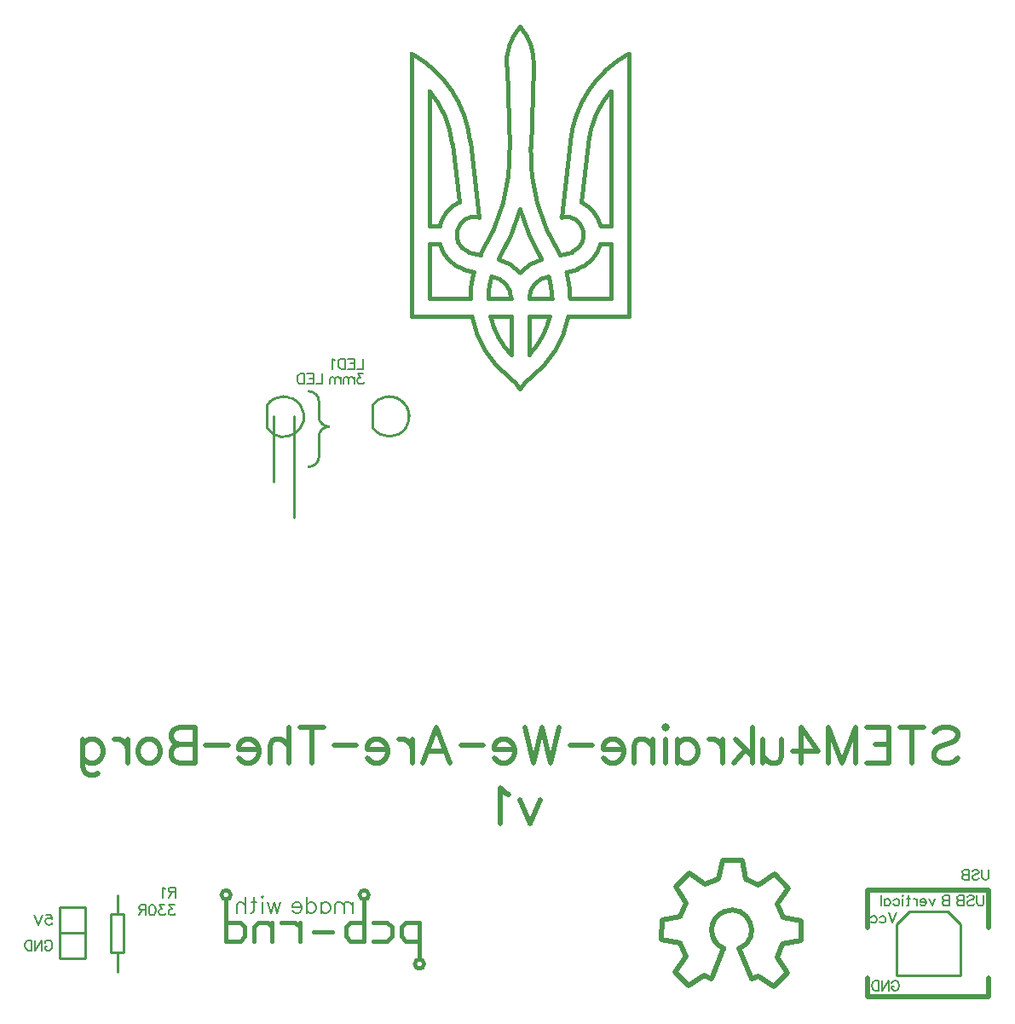
<source format=gbo>
G04 start of page 2 for group 10 layer_idx 5 *
G04 Title: (unknown), bottom_silk *
G04 Creator: pcb-rnd 3.1.5-dev *
G04 CreationDate: 2024-03-24 09:53:49 UTC *
G04 For: STEM4ukraine *
G04 Format: Gerber/RS-274X *
G04 PCB-Dimensions: 393701 393701 *
G04 PCB-Coordinate-Origin: lower left *
%MOIN*%
%FSLAX25Y25*%
%LNBOTTOM_SILK_NONE_10*%
%ADD33C,0.0070*%
%ADD32C,0.0200*%
%ADD31C,0.0180*%
%ADD30C,0.0100*%
G54D30*X97819Y232688D02*Y224005D01*
X100394Y228346D02*Y202756D01*
X118110Y234252D02*Y228346D01*
G54D31*X232296Y274538D02*Y295798D01*
Y302884D02*Y355467D01*
Y302884D02*X228327D01*
X232296Y295798D02*X228327D01*
X220797Y312086D02*X223508Y334987D01*
X212995Y306272D02*X216480Y335797D01*
X154343Y370207D02*Y267451D01*
X161430Y295798D02*Y274538D01*
Y355467D02*Y302884D01*
X165398D02*X161430D01*
X165398Y295798D02*X161430D01*
G54D30*X139157Y232688D02*Y224005D01*
G54D31*X193320Y267451D02*X185241D01*
X177375Y274538D02*X161430D01*
X193320D02*X184461D01*
X193320Y267451D02*Y252498D01*
X216351Y274538D02*X232296D01*
X209264D02*X200406D01*
X214974Y284805D02*X218894Y285840D01*
X212453Y291546D02*X216967Y292669D01*
X208485Y267451D02*X200406D01*
Y252498D01*
X172929Y312086D02*X170217Y334987D01*
X180731Y306272D02*X177245Y335797D01*
X178751Y284805D02*X174832Y285840D01*
X181272Y291546D02*X176758Y292669D01*
X191618Y364938D02*X192753Y333498D01*
X202108Y364938D02*X200973Y333498D01*
G54D30*X139157Y232688D02*Y224005D01*
G54D31*X239382Y370207D02*Y267451D01*
X215702Y267453D01*
X177375Y267451D02*X154343D01*
G54D30*X108268Y228346D02*Y188976D01*
X118110Y220472D02*Y212598D01*
X26654Y36496D02*Y16496D01*
Y36496D02*X16654D01*
X26654Y26496D02*X16654D01*
Y36496D02*Y26496D01*
Y16496D02*X26654D01*
X39370Y33839D02*Y41339D01*
X41870Y18839D02*X36870D01*
Y33839D02*Y18839D01*
Y33839D02*X41870D01*
X39370Y11339D02*Y18839D01*
X41870D02*Y33839D01*
G54D31*X89027Y28712D02*X87227Y30512D01*
X81827D02*X87227D01*
Y23312D02*X81827D01*
X89027Y28712D02*Y25112D01*
X87227Y23312D01*
X92627Y28712D02*X94427Y30512D01*
X92627Y28712D02*Y23312D01*
X98027Y30512D02*X94427D01*
X99827Y28712D02*X98027Y30512D01*
X99827D02*Y23312D01*
X108827Y30512D02*X103427D01*
X110627Y28712D02*X108827Y30512D01*
X110627D02*Y23312D01*
X152027D02*X150227Y25112D01*
X152027Y30512D02*X150227Y28712D01*
Y25112D01*
X152027Y23312D02*X157427D01*
Y30512D02*X152027D01*
X157427D02*Y16112D01*
G54D32*X276540Y20346D02*X271670Y8589D01*
X268859Y9804D01*
X257361Y11157D02*X261589Y17202D01*
X259429Y22548D01*
X252188Y23960D01*
X282515Y20346D02*X287385Y8589D01*
X306800Y23483D02*X299535Y22198D01*
X297283Y16891D01*
X289884Y9620D02*X287385Y8589D01*
X299626Y32570D02*X306867Y31158D01*
X306800Y23483D01*
X297283Y16891D02*X301405Y10772D01*
G54D30*X348957Y34685D02*X343957Y29685D01*
Y9685D01*
G54D32*X252188Y23960D02*X252255Y31635D01*
X259520Y32920D01*
G54D31*X128627Y25112D02*X130427Y23312D01*
X128627Y25112D02*Y28712D01*
X135827Y23312D02*X130427D01*
Y30512D02*X128627Y28712D01*
X130427Y30512D02*X135827D01*
X123227Y26912D02*X116027D01*
X146627Y25112D02*X144827Y23312D01*
X139427D01*
X146627Y28712D02*X144827Y30512D01*
X146627Y28712D02*Y25112D01*
X144827Y30512D02*X139427D01*
G54D32*X297466Y37916D02*X299626Y32570D01*
G54D31*X81827Y23312D02*Y39512D01*
X135827D02*Y23312D01*
G54D32*X268859Y9804D02*X262741Y5682D01*
X301405Y10772D02*X295930Y5392D01*
X289884Y9620D01*
X262741Y5682D02*X257361Y11157D01*
X259520Y32920D02*X261772Y38227D01*
G54D30*X368957Y9685D02*Y29685D01*
X363957Y34685D01*
X348957D01*
X343957Y9685D02*X368957D01*
G54D32*X332677Y43110D02*Y28622D01*
Y8858D02*Y1378D01*
X380079Y43110D02*Y28622D01*
Y1378D02*X332677D01*
X261772Y38227D02*X257651Y44346D01*
X263125Y49726D01*
X269171Y45498D01*
X274516Y47657D01*
X275928Y54898D01*
X283603Y54831D01*
X332677Y43110D02*X380079D01*
X283603Y54831D02*X284889Y47567D01*
X290196Y45314D01*
X296314Y49436D01*
X301694Y43961D01*
X297466Y37916D01*
X380079Y8858D02*Y1378D01*
G54D30*X16654Y16496D02*Y36496D01*
X97779Y223979D02*G75*G03X110882Y232714I6552J4368D01*G01*
X110882Y232714D02*G75*G03X97779Y232714I-6552J-4368D01*G01*
X114173Y238189D02*G75*G02X118110Y234252I0J-3937D01*G01*
Y228346D02*G75*G03X122047Y224409I3937J0D01*G01*
X114173Y208661D02*G75*G03X118110Y212598I0J3937D01*G01*
X153543Y228346D02*G75*G03X145669Y236220I-7874J0D01*G01*
X122047Y224409D02*G75*G03X118110Y220472I0J-3937D01*G01*
X139157Y232688D02*G75*G02X152181Y224005I6512J-4341D01*G01*
X152181Y224005D02*G75*G02X139157Y224005I-6512J4341D01*G01*
G54D31*X196858Y238889D02*G75*G03X192818Y243465I-12396J-6871D01*G01*
X196868Y238889D02*G75*G02X200907Y243465I12396J-6871D01*G01*
X83627Y41312D02*G75*G02X80027Y41312I-1800J0D01*G01*
G75*G02X83627Y41312I1800J0D01*G01*
X137627D02*G75*G02X134027Y41312I-1800J0D01*G01*
G75*G02X137627Y41312I1800J0D01*G01*
X159227Y14312D02*G75*G02X155627Y14312I-1800J0D01*G01*
G75*G02X159227Y14312I1800J0D01*G01*
G54D32*X282515Y20346D02*G75*G03X276540Y34772I-2988J7213D01*G01*
X276540Y34772D02*G75*G03X276540Y20346I2988J-7213D01*G01*
G54D31*X154343Y370207D02*G75*G02X177245Y335797I-21260J-38976D01*G01*
X176758Y292669D02*G75*G02X180733Y306248I2388J6672D01*G01*
X165422Y302878D02*G75*G02X172931Y312079I13725J-3537D01*G01*
X174832Y285840D02*G75*G02X165422Y295804I4315J13501D01*G01*
X161437Y355483D02*G75*G02X170205Y334985I-28353J-24252D01*G01*
X239382Y370207D02*G75*G03X216480Y335797I21260J-38976D01*G01*
X228304Y302878D02*G75*G03X220795Y312079I-13725J-3537D01*G01*
X232289Y355483D02*G75*G03X223521Y334985I28353J-24252D01*G01*
X191618Y364938D02*G75*G02X196870Y380733I21190J1726D01*G01*
X181245Y291563D02*G75*G03X192761Y333499I-62335J39667D01*G01*
X193320Y274538D02*G75*G03X185592Y283006I-8504J0D01*G01*
X184461Y274538D02*G75*G02X185605Y283003I31890J0D01*G01*
X177375Y274538D02*G75*G02X178751Y284805I38976J0D01*G01*
X192819Y243467D02*G75*G02X178024Y267453I23532J31071D01*G01*
X202108Y364938D02*G75*G03X196856Y380733I-21190J1726D01*G01*
X188424Y289706D02*G75*G03X196870Y309351I-69514J41525D01*G01*
X196850Y284449D02*G75*G03X188430Y289704I-12035J-9911D01*G01*
X205302Y289706D02*G75*G02X196855Y309351I69514J41525D01*G01*
X216967Y292669D02*G75*G03X212992Y306248I-2388J6672D01*G01*
X200406Y274538D02*G75*G02X208134Y283006I8504J0D01*G01*
X196875Y284449D02*G75*G02X205296Y289704I12035J-9911D01*G01*
X209264Y274538D02*G75*G03X208120Y283003I-31890J0D01*G01*
X218894Y285840D02*G75*G03X228304Y295804I-4315J13501D01*G01*
X216351Y274538D02*G75*G03X214974Y284805I-38976J0D01*G01*
X212481Y291563D02*G75*G02X200965Y333499I62335J39667D01*G01*
X200415Y252490D02*G75*G03X208468Y267455I-23040J22048D01*G01*
X193311Y252490D02*G75*G02X185258Y267455I23040J22048D01*G01*
X200906Y243467D02*G75*G03X215702Y267453I-23532J31071D01*G01*
G54D33*X135447Y245063D02*X133352D01*
X134495Y243539D01*
X133923D01*
X133543Y243350D01*
X133352Y243159D01*
X133161Y242587D01*
Y242207D01*
X133352Y241635D01*
X133732Y241254D01*
X134304Y241063D01*
X134875D01*
X135447Y241254D01*
X135637Y241445D01*
X135827Y241825D01*
X131961Y243730D02*Y241064D01*
Y242969D02*X131391Y243541D01*
X131009Y243730D01*
X130438D01*
X130057Y243541D01*
X129867Y242969D01*
Y241064D01*
Y242969D02*X129295Y243541D01*
X128915Y243730D01*
X128343D01*
X127963Y243541D01*
X127772Y242969D01*
Y241064D01*
X126572Y243730D02*Y241064D01*
Y242969D02*X126002Y243541D01*
X125620Y243730D01*
X125049D01*
X124668Y243541D01*
X124478Y242969D01*
Y241064D01*
Y242969D02*X123906Y243541D01*
X123526Y243730D01*
X122954D01*
X122574Y243541D01*
X122383Y242969D01*
Y241064D01*
X119383Y245063D02*Y241063D01*
X117098D01*
X115898Y245063D02*Y241063D01*
Y245063D02*X113422D01*
X115898Y243158D02*X114375D01*
X115898Y241063D02*X113422D01*
X112222Y245063D02*Y241063D01*
Y245063D02*X110888D01*
X110317Y244872D01*
X109936Y244491D01*
X109746Y244111D01*
X109556Y243539D01*
Y242586D01*
X109746Y242015D01*
X109936Y241634D01*
X110317Y241254D01*
X110888Y241063D01*
X112222D01*
X135394Y250969D02*Y246969D01*
X133109D01*
X131909Y250969D02*Y246969D01*
Y250969D02*X129433D01*
X131909Y249064D02*X130386D01*
X131909Y246969D02*X129433D01*
X128233Y250969D02*Y246969D01*
Y250969D02*X126899D01*
X126328Y250778D01*
X125947Y250397D01*
X125757Y250017D01*
X125567Y249445D01*
Y248492D01*
X125757Y247921D01*
X125947Y247540D01*
X126328Y247160D01*
X126899Y246969D01*
X128233D01*
X124367Y250208D02*X123987Y250398D01*
X123415Y250969D01*
Y246969D01*
X11494Y33606D02*X13399D01*
X13590Y31893D01*
X13399Y32082D01*
X12828Y32273D01*
X12256D01*
X11685Y32082D01*
X11304Y31702D01*
X11113Y31130D01*
Y30750D01*
X11304Y30178D01*
X11685Y29797D01*
X12256Y29606D01*
X12828D01*
X13399Y29797D01*
X13590Y29988D01*
X13780Y30368D01*
X9913Y33606D02*X8390Y29606D01*
X6865Y33606D02*X8390Y29606D01*
X131243Y38395D02*Y34129D01*
Y37177D02*X130331Y38092D01*
X129719Y38395D01*
X128806D01*
X128196Y38092D01*
X127892Y37177D01*
Y34129D01*
Y37177D02*X126977Y38092D01*
X126369Y38395D01*
X125454D01*
X124846Y38092D01*
X124540Y37177D01*
Y34129D01*
X118963Y38395D02*Y34129D01*
Y37483D02*X119574Y38092D01*
X120182Y38395D01*
X121097D01*
X121705Y38092D01*
X122316Y37483D01*
X122620Y36569D01*
Y35958D01*
X122316Y35044D01*
X121705Y34435D01*
X121097Y34129D01*
X120182D01*
X119574Y34435D01*
X118963Y35044D01*
X113388Y40528D02*Y34128D01*
Y37481D02*X113996Y38091D01*
X114606Y38395D01*
X115519D01*
X116131Y38091D01*
X116740Y37481D01*
X117043Y36568D01*
Y35958D01*
X116740Y35044D01*
X116131Y34433D01*
X115519Y34128D01*
X114606D01*
X113996Y34433D01*
X113388Y35044D01*
X111468Y36569D02*X107814D01*
Y37177D01*
X108118Y37787D01*
X108422Y38092D01*
X109031Y38395D01*
X109945D01*
X110556Y38092D01*
X111166Y37483D01*
X111468Y36569D01*
Y35958D01*
X111166Y35044D01*
X110556Y34435D01*
X109945Y34129D01*
X109031D01*
X108422Y34435D01*
X107814Y35044D01*
X103014Y38395D02*X101796Y34129D01*
X100577Y38395D02*X101796Y34129D01*
X100577Y38395D02*X99356Y34129D01*
X98138Y38395D02*X99356Y34129D01*
X95914Y38409D02*Y34144D01*
X96218Y40544D02*X95914Y40238D01*
X95609Y40544D01*
X95914Y40848D01*
X96218Y40544D01*
X92774Y40528D02*Y35347D01*
X92471Y34433D01*
X91860Y34128D01*
X91250D01*
X93689Y38395D02*X91556D01*
X89330Y40528D02*Y34128D01*
Y37176D02*X88418Y38091D01*
X87807Y38395D01*
X86894D01*
X86284Y38091D01*
X85978Y37176D01*
Y34128D01*
X61628Y37386D02*X59533D01*
X60676Y35862D01*
X60104D01*
X59724Y35673D01*
X59533Y35482D01*
X59342Y34910D01*
Y34530D01*
X59533Y33958D01*
X59913Y33577D01*
X60485Y33386D01*
X61056D01*
X61628Y33577D01*
X61818Y33768D01*
X62008Y34148D01*
X57762Y37386D02*X55667D01*
X56810Y35862D01*
X56238D01*
X55858Y35673D01*
X55667Y35482D01*
X55476Y34910D01*
Y34530D01*
X55667Y33958D01*
X56047Y33577D01*
X56619Y33386D01*
X57190D01*
X57762Y33577D01*
X57952Y33768D01*
X58142Y34148D01*
X53133Y37386D02*X53704Y37196D01*
X54086Y36625D01*
X54276Y35673D01*
Y35101D01*
X54086Y34148D01*
X53704Y33577D01*
X53133Y33386D01*
X52752D01*
X52181Y33577D01*
X51800Y34148D01*
X51609Y35101D01*
Y35673D01*
X51800Y36625D01*
X52181Y37196D01*
X52752Y37386D01*
X53133D01*
X50409D02*Y33386D01*
Y37386D02*X48695D01*
X48124Y37195D01*
X47933Y37005D01*
X47743Y36624D01*
Y36243D01*
X47933Y35862D01*
X48124Y35672D01*
X48695Y35481D01*
X50409D01*
X49076D02*X47743Y33386D01*
X10923Y22654D02*X11114Y23034D01*
X11494Y23415D01*
X11875Y23606D01*
X12637D01*
X13018Y23415D01*
X13399Y23034D01*
X13589Y22654D01*
X13780Y22082D01*
Y21129D01*
X13589Y20558D01*
X13399Y20177D01*
X13018Y19797D01*
X12637Y19606D01*
X11875D01*
X11494Y19797D01*
X11114Y20177D01*
X10923Y20558D01*
Y21129D01*
X11875D02*X10923D01*
X9723Y23606D02*Y19606D01*
Y23606D02*X7057Y19606D01*
Y23606D02*Y19606D01*
X5857Y23606D02*Y19606D01*
Y23606D02*X4523D01*
X3952Y23415D01*
X3571Y23034D01*
X3381Y22654D01*
X3191Y22082D01*
Y21129D01*
X3381Y20558D01*
X3571Y20177D01*
X3952Y19797D01*
X4523Y19606D01*
X5857D01*
X61945Y44307D02*Y40307D01*
Y44307D02*X60231D01*
X59660Y44116D01*
X59469Y43926D01*
X59279Y43545D01*
Y43164D01*
X59469Y42783D01*
X59660Y42593D01*
X60231Y42402D01*
X61945D01*
X60612D02*X59279Y40307D01*
X58079Y43546D02*X57699Y43736D01*
X57127Y44307D01*
Y40307D01*
G54D32*X358779Y104734D02*X360113Y106068D01*
X362111Y106736D01*
X364778D01*
X366780Y106068D01*
X368110Y104734D01*
Y103404D01*
X367449Y102067D01*
X366780Y101402D01*
X365443Y100737D01*
X361443Y99404D01*
X360113Y98735D01*
X359448Y98070D01*
X358779Y96737D01*
Y94735D01*
X360113Y93405D01*
X362111Y92736D01*
X364778D01*
X366780Y93405D01*
X368110Y94735D01*
X349914Y106736D02*Y92736D01*
X354579Y106736D02*X345248D01*
X341048D02*Y92736D01*
Y106736D02*X332382D01*
X341048Y100069D02*X335718D01*
X341048Y92736D02*X332382D01*
X328182Y106736D02*Y92736D01*
Y106736D02*X322852Y92736D01*
X317514Y106736D02*X322852Y92736D01*
X317514Y106736D02*Y92736D01*
X306650Y106736D02*X313314Y97405D01*
X303318D01*
X306650Y106736D02*Y92736D01*
X299118Y102071D02*Y95407D01*
X298453Y93408D01*
X297116Y92740D01*
X295118D01*
X293784Y93408D01*
X291786Y95407D01*
Y102071D02*Y92740D01*
X287586Y106736D02*Y92736D01*
X280922Y102071D02*X287586Y95403D01*
X284922Y98074D02*X280253Y92736D01*
X276053Y102071D02*Y92740D01*
Y98070D02*X275388Y100076D01*
X274051Y101406D01*
X272721Y102071D01*
X270719D01*
X258518D02*Y92740D01*
Y100076D02*X259855Y101409D01*
X261185Y102071D01*
X263187D01*
X264517Y101409D01*
X265854Y100076D01*
X266519Y98077D01*
Y96740D01*
X265854Y94742D01*
X264517Y93408D01*
X263187Y92740D01*
X261185D01*
X259855Y93408D01*
X258518Y94742D01*
X253653Y102102D02*Y92771D01*
X254318Y106771D02*X253653Y106103D01*
X252985Y106771D01*
X253653Y107436D01*
X254318Y106771D01*
X248785Y102071D02*Y92740D01*
Y99407D02*X246783Y101409D01*
X245453Y102071D01*
X243451D01*
X242121Y101409D01*
X241452Y99407D01*
Y92740D01*
X237252Y98077D02*X229258D01*
Y99407D01*
X229923Y100741D01*
X230588Y101409D01*
X231922Y102071D01*
X233920D01*
X235257Y101409D01*
X236591Y100076D01*
X237252Y98077D01*
Y96740D01*
X236591Y94742D01*
X235257Y93408D01*
X233920Y92740D01*
X231922D01*
X230588Y93408D01*
X229258Y94742D01*
X225058Y99736D02*X216308D01*
X212108Y106736D02*X208776Y92736D01*
X205441Y106736D02*X208776Y92736D01*
X205441Y106736D02*X202109Y92736D01*
X198777Y106736D02*X202109Y92736D01*
X194577Y98077D02*X186583D01*
Y99407D01*
X187248Y100741D01*
X187913Y101409D01*
X189246Y102071D01*
X191245D01*
X192582Y101409D01*
X193915Y100076D01*
X194577Y98077D01*
Y96740D01*
X193915Y94742D01*
X192582Y93408D01*
X191245Y92740D01*
X189246D01*
X187913Y93408D01*
X186583Y94742D01*
X182383Y99736D02*X173633D01*
X164099Y106736D02*X169433Y92736D01*
X164099Y106736D02*X158765Y92736D01*
X167431Y97402D02*X160763D01*
X154565Y102071D02*Y92740D01*
Y98070D02*X153900Y100076D01*
X152563Y101406D01*
X151233Y102071D01*
X149231D01*
X145030Y98077D02*X137036D01*
Y99407D01*
X137701Y100741D01*
X138366Y101409D01*
X139700Y102071D01*
X141698D01*
X143035Y101409D01*
X144369Y100076D01*
X145030Y98077D01*
Y96740D01*
X144369Y94742D01*
X143035Y93408D01*
X141698Y92740D01*
X139700D01*
X138366Y93408D01*
X137036Y94742D01*
X132836Y99736D02*X124086D01*
X115221Y106736D02*Y92736D01*
X119886Y106736D02*X110555D01*
X106355D02*Y92736D01*
Y99404D02*X104360Y101406D01*
X103023Y102071D01*
X101025D01*
X99691Y101406D01*
X99023Y99404D01*
Y92736D01*
X94823Y98077D02*X86829D01*
Y99407D01*
X87494Y100741D01*
X88159Y101409D01*
X89492Y102071D01*
X91491D01*
X92828Y101409D01*
X94161Y100076D01*
X94823Y98077D01*
Y96740D01*
X94161Y94742D01*
X92828Y93408D01*
X91491Y92740D01*
X89492D01*
X88159Y93408D01*
X86829Y94742D01*
X82629Y99736D02*X73879D01*
X69679Y106736D02*Y92736D01*
Y106736D02*X63680D01*
X61681Y106068D01*
X61013Y105403D01*
X60348Y104066D01*
Y102736D01*
X61013Y101402D01*
X61681Y100734D01*
X63680Y100069D01*
X69679D02*X63680D01*
X61681Y99404D01*
X61013Y98735D01*
X60348Y97402D01*
Y95403D01*
X61013Y94066D01*
X61681Y93405D01*
X63680Y92736D01*
X69679D01*
X52816Y102071D02*X54153Y101409D01*
X55486Y100076D01*
X56148Y98077D01*
Y96740D01*
X55486Y94742D01*
X54153Y93408D01*
X52816Y92740D01*
X50817D01*
X49484Y93408D01*
X48154Y94742D01*
X47485Y96740D01*
Y98077D01*
X48154Y100076D01*
X49484Y101409D01*
X50817Y102071D01*
X52816D01*
X43285D02*Y92740D01*
Y98070D02*X42620Y100076D01*
X41283Y101406D01*
X39953Y102071D01*
X37951D01*
X25750D02*Y91410D01*
X26419Y89408D01*
X27087Y88739D01*
X28417Y88078D01*
X30419D01*
X31749Y88739D01*
X25750Y100076D02*X27087Y101409D01*
X28417Y102071D01*
X30419D01*
X31749Y101409D01*
X33086Y100076D01*
X33751Y98077D01*
Y96740D01*
X33086Y94742D01*
X31749Y93408D01*
X30419Y92740D01*
X28417D01*
X27087Y93408D01*
X25750Y94742D01*
X204724Y78449D02*X200727Y69118D01*
X196730Y78449D02*X200727Y69118D01*
X192530Y80451D02*X191200Y81116D01*
X189198Y83114D01*
Y69114D01*
G54D33*X378189Y41126D02*Y38269D01*
X377998Y37697D01*
X377618Y37317D01*
X377046Y37126D01*
X376666D01*
X376094Y37317D01*
X375713Y37697D01*
X375523Y38269D01*
Y41126D01*
X371657Y40554D02*X372038Y40935D01*
X372609Y41126D01*
X373371D01*
X373943Y40935D01*
X374323Y40554D01*
Y40174D01*
X374134Y39792D01*
X373943Y39602D01*
X373561Y39412D01*
X372418Y39031D01*
X372038Y38840D01*
X371848Y38650D01*
X371657Y38269D01*
Y37697D01*
X372038Y37317D01*
X372609Y37126D01*
X373371D01*
X373943Y37317D01*
X374323Y37697D01*
X370457Y41126D02*Y37126D01*
Y41126D02*X368743D01*
X368172Y40935D01*
X367981Y40745D01*
X367791Y40363D01*
Y39983D01*
X367981Y39602D01*
X368172Y39411D01*
X368743Y39221D01*
X370457D02*X368743D01*
X368172Y39031D01*
X367981Y38840D01*
X367791Y38459D01*
Y37888D01*
X367981Y37506D01*
X368172Y37317D01*
X368743Y37126D01*
X370457D01*
X364791Y41126D02*Y37126D01*
Y41126D02*X363077D01*
X362506Y40935D01*
X362315Y40745D01*
X362125Y40363D01*
Y39983D01*
X362315Y39602D01*
X362506Y39411D01*
X363077Y39221D01*
X364791D02*X363077D01*
X362506Y39031D01*
X362315Y38840D01*
X362125Y38459D01*
Y37888D01*
X362315Y37506D01*
X362506Y37317D01*
X363077Y37126D01*
X364791D01*
X359125Y39793D02*X357983Y37127D01*
X356841Y39793D02*X357983Y37127D01*
X355641Y38652D02*X353357D01*
Y39032D01*
X353547Y39413D01*
X353737Y39604D01*
X354118Y39793D01*
X354689D01*
X355071Y39604D01*
X355452Y39223D01*
X355641Y38652D01*
Y38270D01*
X355452Y37699D01*
X355071Y37318D01*
X354689Y37127D01*
X354118D01*
X353737Y37318D01*
X353357Y37699D01*
X352157Y39793D02*Y37127D01*
Y38650D02*X351967Y39223D01*
X351585Y39603D01*
X351205Y39793D01*
X350633D01*
X348861Y41126D02*Y37888D01*
X348672Y37317D01*
X348290Y37126D01*
X347909D01*
X349433Y39793D02*X348100D01*
X346519Y39802D02*Y37136D01*
X346709Y41136D02*X346519Y40945D01*
X346328Y41136D01*
X346519Y41326D01*
X346709Y41136D01*
X342842Y39223D02*X343224Y39604D01*
X343604Y39793D01*
X344176D01*
X344556Y39604D01*
X344938Y39223D01*
X345128Y38652D01*
Y38270D01*
X344938Y37699D01*
X344556Y37318D01*
X344176Y37127D01*
X343604D01*
X343224Y37318D01*
X342842Y37699D01*
X339356Y39793D02*Y37127D01*
Y39223D02*X339738Y39604D01*
X340118Y39793D01*
X340690D01*
X341070Y39604D01*
X341452Y39223D01*
X341642Y38652D01*
Y38270D01*
X341452Y37699D01*
X341070Y37318D01*
X340690Y37127D01*
X340118D01*
X339738Y37318D01*
X339356Y37699D01*
X338156Y41126D02*Y37126D01*
X344035Y34433D02*X342512Y30433D01*
X340987Y34433D02*X342512Y30433D01*
X337501Y32530D02*X337883Y32911D01*
X338263Y33100D01*
X338835D01*
X339215Y32911D01*
X339597Y32530D01*
X339787Y31959D01*
Y31577D01*
X339597Y31006D01*
X339215Y30625D01*
X338835Y30434D01*
X338263D01*
X337883Y30625D01*
X337501Y31006D01*
X334015Y32530D02*X334397Y32911D01*
X334777Y33100D01*
X335349D01*
X335729Y32911D01*
X336111Y32530D01*
X336301Y31959D01*
Y31577D01*
X336111Y31006D01*
X335729Y30625D01*
X335349Y30434D01*
X334777D01*
X334397Y30625D01*
X334015Y31006D01*
X342163Y6906D02*X342354Y7286D01*
X342734Y7667D01*
X343115Y7858D01*
X343877D01*
X344258Y7667D01*
X344639Y7286D01*
X344829Y6906D01*
X345020Y6334D01*
Y5381D01*
X344829Y4810D01*
X344639Y4429D01*
X344258Y4049D01*
X343877Y3858D01*
X343115D01*
X342734Y4049D01*
X342354Y4429D01*
X342163Y4810D01*
Y5381D01*
X343115D02*X342163D01*
X340963Y7858D02*Y3858D01*
Y7858D02*X338297Y3858D01*
Y7858D02*Y3858D01*
X337097Y7858D02*Y3858D01*
Y7858D02*X335763D01*
X335192Y7667D01*
X334811Y7286D01*
X334621Y6906D01*
X334431Y6334D01*
Y5381D01*
X334621Y4810D01*
X334811Y4429D01*
X335192Y4049D01*
X335763Y3858D01*
X337097D01*
X380098Y51185D02*Y48328D01*
X379907Y47756D01*
X379527Y47376D01*
X378955Y47185D01*
X378575D01*
X378003Y47376D01*
X377622Y47756D01*
X377432Y48328D01*
Y51185D01*
X373566Y50613D02*X373947Y50994D01*
X374518Y51185D01*
X375280D01*
X375852Y50994D01*
X376232Y50613D01*
Y50233D01*
X376043Y49851D01*
X375852Y49661D01*
X375470Y49471D01*
X374327Y49090D01*
X373947Y48899D01*
X373757Y48709D01*
X373566Y48328D01*
Y47756D01*
X373947Y47376D01*
X374518Y47185D01*
X375280D01*
X375852Y47376D01*
X376232Y47756D01*
X372366Y51185D02*Y47185D01*
Y51185D02*X370652D01*
X370081Y50994D01*
X369890Y50804D01*
X369700Y50422D01*
Y50042D01*
X369890Y49661D01*
X370081Y49470D01*
X370652Y49280D01*
X372366D02*X370652D01*
X370081Y49090D01*
X369890Y48899D01*
X369700Y48518D01*
Y47947D01*
X369890Y47565D01*
X370081Y47376D01*
X370652Y47185D01*
X372366D01*
M02*

</source>
